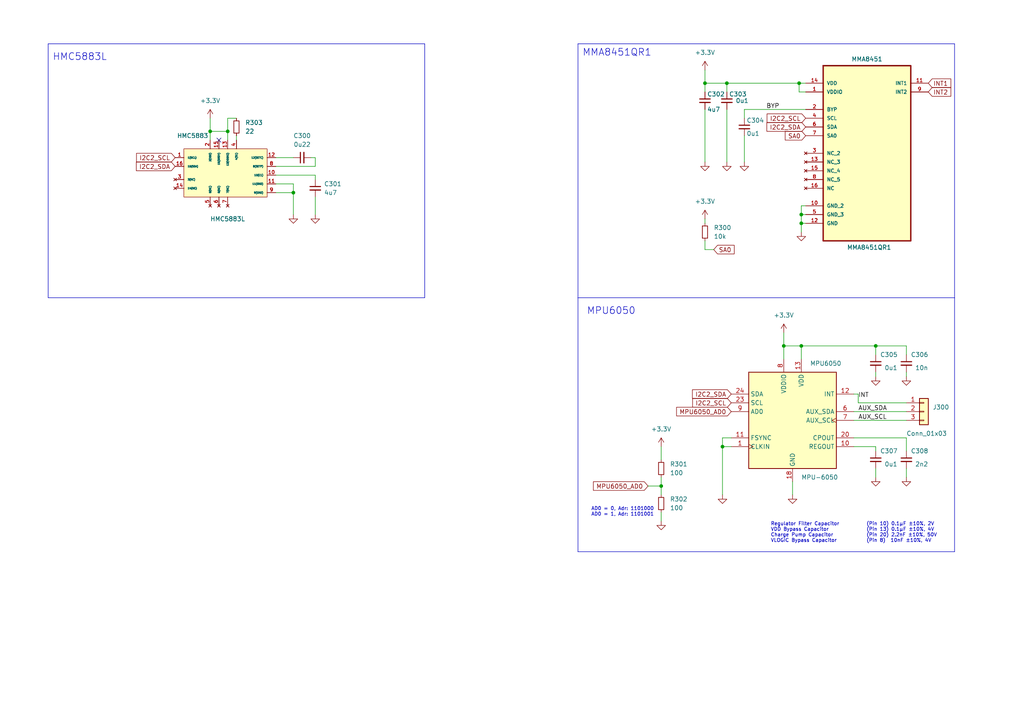
<source format=kicad_sch>
(kicad_sch (version 20230121) (generator eeschema)
  (paper "A4")
  (lib_symbols
    (symbol "Connector_Generic:Conn_01x03" (pin_names (offset 1.016) hide)
      (property "Reference" "J" (at 0 5.08 0))
      (property "Value" "Conn_01x03" (at 0 -5.08 0))
      (symbol "Conn_01x03_1_1"
        (rectangle (start -1.27 -2.413) (end 0 -2.667) (stroke (width 0.1524)))
        (rectangle (start -1.27 0.127) (end 0 -0.127) (stroke (width 0.1524)))
        (rectangle (start -1.27 2.667) (end 0 2.413) (stroke (width 0.1524)))
        (rectangle (start -1.27 3.81) (end 1.27 -3.81) (stroke (width 0.254)) (fill (type background)))
        (pin passive line (at -5.08 2.54 0) (length 3.81) (name "Pin_1") (number "1"))
        (pin passive line (at -5.08 0 0) (length 3.81) (name "Pin_2") (number "2"))
        (pin passive line (at -5.08 -2.54 0) (length 3.81) (name "Pin_3") (number "3"))
      )
    )
    (symbol "Device:C_Small" (pin_numbers hide) (pin_names (offset 0.254) hide)
      (property "Reference" "C" (at 0.254 1.778 0))
      (property "Value" "C_Small" (at 0.254 -2.032 0))
      (symbol "C_Small_0_1"
        (polyline (pts (xy -1.524 -0.508) (xy 1.524 -0.508)) (stroke (width 0.3302)))
        (polyline (pts (xy -1.524 0.508) (xy 1.524 0.508)) (stroke (width 0.3048)))
      )
      (symbol "C_Small_1_1"
        (pin passive line (at 0 2.54 270) (length 2.032) (name "~") (number "1"))
        (pin passive line (at 0 -2.54 90) (length 2.032) (name "~") (number "2"))
      )
    )
    (symbol "Device:R_Small" (pin_numbers hide) (pin_names (offset 0.254) hide)
      (property "Reference" "R" (at 0.762 0.508 0))
      (property "Value" "R_Small" (at 0.762 -1.016 0))
      (symbol "R_Small_0_1"
        (rectangle (start -0.762 1.778) (end 0.762 -1.778) (stroke (width 0.2032)))
      )
      (symbol "R_Small_1_1"
        (pin passive line (at 0 2.54 270) (length 0.762) (name "~") (number "1"))
        (pin passive line (at 0 -2.54 90) (length 0.762) (name "~") (number "2"))
      )
    )
    (symbol "MAGNETIC-HMC5883L_PLCC16_:MAGNETIC-HMC5883L(PLCC16)" (pin_names (offset 1.016))
      (property "Reference" "U" (at -1.27 20.32 0))
      (property "Value" "MAGNETIC-HMC5883L(PLCC16)" (at -5.08 2.54 0))
      (symbol "MAGNETIC-HMC5883L(PLCC16)_0_0"
        (polyline (pts (xy -20.32 7.62) (xy -19.05 7.62)) (stroke (width 0.1524)))
        (pin bidirectional line (at -21.59 16.51 0) (length 2.54) (name "1(SCL)") (number "1"))
        (pin bidirectional line (at 7.62 11.43 180) (length 2.54) (name "10(C1)") (number "10"))
        (pin power_in line (at 7.62 8.89 180) (length 2.54) (name "11(GND)") (number "11"))
        (pin bidirectional line (at 7.62 16.51 180) (length 2.54) (name "12(SETC)") (number "12"))
        (pin power_in line (at -6.35 21.59 270) (length 2.54) (name "13(VDDIO)") (number "13"))
        (pin no_connect line (at -21.59 7.62 0) (length 2.54) (name "14(NC)") (number "14"))
        (pin bidirectional line (at -8.89 21.59 270) (length 2.54) (name "15(DRDY)") (number "15"))
        (pin bidirectional line (at -21.59 13.97 0) (length 2.54) (name "16(SDA)") (number "16"))
        (pin power_in line (at -11.43 21.59 270) (length 2.54) (name "2(VDD)") (number "2"))
        (pin no_connect line (at -21.59 10.16 0) (length 2.54) (name "3(NC)") (number "3"))
        (pin bidirectional line (at -3.81 21.59 270) (length 2.54) (name "4(S1)") (number "4"))
        (pin no_connect line (at -11.43 2.54 90) (length 2.54) (name "5(NC)") (number "5"))
        (pin no_connect line (at -8.89 2.54 90) (length 2.54) (name "6(NC)") (number "6"))
        (pin no_connect line (at -6.35 2.54 90) (length 2.54) (name "7(NC)") (number "7"))
        (pin bidirectional line (at 7.62 13.97 180) (length 2.54) (name "8(SETP)") (number "8"))
        (pin power_in line (at 7.62 6.35 180) (length 2.54) (name "9(GND)") (number "9"))
      )
      (symbol "MAGNETIC-HMC5883L(PLCC16)_0_1"
        (rectangle (start -19.05 19.05) (end 5.08 5.08) (fill (type background)))
      )
    )
    (symbol "MMA8451QR1:MMA8451QR1" (pin_names (offset 1.016))
      (property "Reference" "U" (at -5.2368 25.4469 0))
      (property "Value" "MMA8451QR1" (at -4.3489 -32.4263 0))
      (symbol "MMA8451QR1_0_0"
        (rectangle (start -12.7 -27.94) (end 12.7 22.86) (stroke (width 0.4064)) (fill (type background)))
        (pin power_in line (at -17.78 15.24 0) (length 5.08) (name "VDDIO") (number "1"))
        (pin passive line (at -17.78 -17.78 0) (length 5.08) (name "GND_2") (number "10"))
        (pin output line (at 17.78 17.78 180) (length 5.08) (name "INT1") (number "11"))
        (pin passive line (at -17.78 -22.86 0) (length 5.08) (name "GND") (number "12"))
        (pin no_connect line (at -17.78 -5.08 0) (length 5.08) (name "NC_3") (number "13"))
        (pin power_in line (at -17.78 17.78 0) (length 5.08) (name "VDD") (number "14"))
        (pin no_connect line (at -17.78 -7.62 0) (length 5.08) (name "NC_4") (number "15"))
        (pin no_connect line (at -17.78 -12.7 0) (length 5.08) (name "NC") (number "16"))
        (pin input line (at -17.78 10.16 0) (length 5.08) (name "BYP") (number "2"))
        (pin no_connect line (at -17.78 -2.54 0) (length 5.08) (name "NC_2") (number "3"))
        (pin input line (at -17.78 7.62 0) (length 5.08) (name "SCL") (number "4"))
        (pin passive line (at -17.78 -20.32 0) (length 5.08) (name "GND_3") (number "5"))
        (pin input line (at -17.78 5.08 0) (length 5.08) (name "SDA") (number "6"))
        (pin input line (at -17.78 2.54 0) (length 5.08) (name "SA0") (number "7"))
        (pin no_connect line (at -17.78 -10.16 0) (length 5.08) (name "NC_5") (number "8"))
        (pin output line (at 17.78 15.24 180) (length 5.08) (name "INT2") (number "9"))
      )
    )
    (symbol "Sensor_Motion:MPU-6050"
      (property "Reference" "U" (at -11.43 13.97 0))
      (property "Value" "MPU-6050" (at 7.62 -15.24 0))
      (symbol "MPU-6050_0_0"
        (text "" (at 12.7 -2.54 0) (effects (font (size 1.27 1.27))))
      )
      (symbol "MPU-6050_0_1"
        (rectangle (start -12.7 13.97) (end 12.7 -13.97) (stroke (width 0.254)) (fill (type background)))
      )
      (symbol "MPU-6050_1_1"
        (pin input clock (at -17.78 -7.62 0) (length 5.08) (name "CLKIN") (number "1"))
        (pin passive line (at 17.78 -7.62 180) (length 5.08) (name "REGOUT") (number "10"))
        (pin input line (at -17.78 -5.08 0) (length 5.08) (name "FSYNC") (number "11"))
        (pin output line (at 17.78 7.62 180) (length 5.08) (name "INT") (number "12"))
        (pin power_in line (at 2.54 17.78 270) (length 3.81) (name "VDD") (number "13"))
        (pin no_connect line (at -12.7 -10.16 0) (length 2.54) hide (name "NC") (number "14"))
        (pin no_connect line (at 12.7 12.7 180) (length 2.54) hide (name "NC") (number "15"))
        (pin no_connect line (at 12.7 10.16 180) (length 2.54) hide (name "NC") (number "16"))
        (pin no_connect line (at 12.7 5.08 180) (length 2.54) hide (name "NC") (number "17"))
        (pin power_in line (at 0 -17.78 90) (length 3.81) (name "GND") (number "18"))
        (pin no_connect line (at 12.7 -10.16 180) (length 2.54) hide (name "NC") (number "19"))
        (pin no_connect line (at -12.7 12.7 0) (length 2.54) hide (name "NC") (number "2"))
        (pin passive line (at 17.78 -5.08 180) (length 5.08) (name "CPOUT") (number "20"))
        (pin no_connect line (at 12.7 -2.54 180) (length 2.54) hide (name "NC") (number "21"))
        (pin no_connect line (at 12.7 -12.7 180) (length 2.54) hide (name "NC") (number "22"))
        (pin input line (at -17.78 5.08 0) (length 5.08) (name "SCL") (number "23"))
        (pin bidirectional line (at -17.78 7.62 0) (length 5.08) (name "SDA") (number "24"))
        (pin no_connect line (at -12.7 10.16 0) (length 2.54) hide (name "NC") (number "3"))
        (pin no_connect line (at -12.7 0 0) (length 2.54) hide (name "NC") (number "4"))
        (pin no_connect line (at -12.7 -2.54 0) (length 2.54) hide (name "NC") (number "5"))
        (pin bidirectional line (at 17.78 2.54 180) (length 5.08) (name "AUX_SDA") (number "6"))
        (pin output clock (at 17.78 0 180) (length 5.08) (name "AUX_SCL") (number "7"))
        (pin power_in line (at -2.54 17.78 270) (length 3.81) (name "VDDIO") (number "8"))
        (pin input line (at -17.78 2.54 0) (length 5.08) (name "AD0") (number "9"))
      )
    )
    (symbol "power:+3.3V" (power) (pin_names (offset 0))
      (property "Value" "+3.3V" (at 0 3.556 0))
      (symbol "+3.3V_0_1"
        (polyline (pts (xy -0.762 1.27) (xy 0 2.54)))
        (polyline (pts (xy 0 0) (xy 0 2.54)))
        (polyline (pts (xy 0 2.54) (xy 0.762 1.27)))
      )
      (symbol "+3.3V_1_1"
        (pin power_in line (at 0 0 90) (length 0) hide (name "+3.3V") (number "1"))
      )
    )
    (symbol "power:GND" (power) (pin_names (offset 0))
      (property "Value" "GND" (at 0 -3.81 0))
      (symbol "GND_0_1"
        (polyline (pts (xy 0 0) (xy 0 -1.27) (xy 1.27 -1.27) (xy 0 -2.54) (xy -1.27 -1.27) (xy 0 -1.27)))
      )
      (symbol "GND_1_1"
        (pin power_in line (at 0 0 270) (length 0) hide (name "GND") (number "1"))
      )
    )
  )
  (junction (at 232.41 64.77))
  (junction (at 85.09 55.88))
  (junction (at 204.47 24.13))
  (junction (at 60.96 38.1))
  (junction (at 254 100.33))
  (junction (at 231.775 24.13))
  (junction (at 209.55 129.54))
  (junction (at 210.82 24.13))
  (junction (at 227.33 100.33))
  (junction (at 191.77 140.97))
  (junction (at 66.04 38.1))
  (junction (at 232.41 100.33))
  (junction (at 232.41 62.23))
  (no_connect (at 63.5 40.64))
  (wire (pts (xy 191.77 148.59) (xy 191.77 151.13)))
  (polyline (pts (xy 167.64 86.36) (xy 167.64 160.02)))
  (wire (pts (xy 204.47 31.75) (xy 204.47 46.99)))
  (wire (pts (xy 91.44 45.72) (xy 91.44 48.26)))
  (wire (pts (xy 254 130.81) (xy 254 129.54)))
  (polyline (pts (xy 167.64 12.7) (xy 167.64 86.36)))
  (polyline (pts (xy 276.86 12.7) (xy 276.86 86.36)))
  (wire (pts (xy 209.55 143.51) (xy 209.55 129.54)))
  (wire (pts (xy 254 135.89) (xy 254 138.43)))
  (wire (pts (xy 66.04 34.29) (xy 66.04 38.1)))
  (wire (pts (xy 254 129.54) (xy 247.65 129.54)))
  (wire (pts (xy 85.09 53.34) (xy 85.09 55.88)))
  (wire (pts (xy 247.65 119.38) (xy 262.89 119.38)))
  (wire (pts (xy 91.44 52.07) (xy 91.44 50.8)))
  (wire (pts (xy 232.41 64.77) (xy 233.68 64.77)))
  (wire (pts (xy 204.47 72.39) (xy 204.47 69.85)))
  (wire (pts (xy 68.58 39.37) (xy 68.58 40.64)))
  (wire (pts (xy 262.89 100.33) (xy 254 100.33)))
  (wire (pts (xy 210.82 24.13) (xy 231.775 24.13)))
  (wire (pts (xy 204.47 63.5) (xy 204.47 64.77)))
  (wire (pts (xy 209.55 129.54) (xy 209.55 127)))
  (wire (pts (xy 207.01 72.39) (xy 204.47 72.39)))
  (wire (pts (xy 262.89 102.87) (xy 262.89 100.33)))
  (wire (pts (xy 91.44 57.15) (xy 91.44 62.23)))
  (wire (pts (xy 215.9 31.75) (xy 233.68 31.75)))
  (polyline (pts (xy 123.19 12.7) (xy 123.19 86.36)))
  (wire (pts (xy 210.82 24.13) (xy 210.82 26.67)))
  (wire (pts (xy 204.47 24.13) (xy 210.82 24.13)))
  (wire (pts (xy 254 107.95) (xy 254 109.22)))
  (wire (pts (xy 247.65 114.3) (xy 248.92 114.3)))
  (wire (pts (xy 204.47 26.67) (xy 204.47 24.13)))
  (wire (pts (xy 191.77 140.97) (xy 191.77 143.51)))
  (wire (pts (xy 210.82 31.75) (xy 210.82 46.99)))
  (wire (pts (xy 231.775 26.67) (xy 231.775 24.13)))
  (wire (pts (xy 80.01 45.72) (xy 85.09 45.72)))
  (polyline (pts (xy 167.64 86.36) (xy 276.86 86.36)))
  (wire (pts (xy 232.41 62.23) (xy 233.68 62.23)))
  (wire (pts (xy 262.89 107.95) (xy 262.89 109.22)))
  (wire (pts (xy 262.89 135.89) (xy 262.89 138.43)))
  (wire (pts (xy 248.92 116.84) (xy 248.92 114.3)))
  (wire (pts (xy 191.77 138.43) (xy 191.77 140.97)))
  (wire (pts (xy 227.33 96.52) (xy 227.33 100.33)))
  (wire (pts (xy 80.01 55.88) (xy 85.09 55.88)))
  (wire (pts (xy 80.01 53.34) (xy 85.09 53.34)))
  (wire (pts (xy 247.65 127) (xy 262.89 127)))
  (wire (pts (xy 232.41 62.23) (xy 232.41 59.69)))
  (wire (pts (xy 80.01 48.26) (xy 91.44 48.26)))
  (wire (pts (xy 66.04 38.1) (xy 66.04 40.64)))
  (wire (pts (xy 232.41 64.77) (xy 232.41 62.23)))
  (polyline (pts (xy 276.86 12.7) (xy 167.64 12.7)))
  (wire (pts (xy 232.41 100.33) (xy 232.41 104.14)))
  (wire (pts (xy 90.17 45.72) (xy 91.44 45.72)))
  (wire (pts (xy 233.68 26.67) (xy 231.775 26.67)))
  (wire (pts (xy 254 100.33) (xy 232.41 100.33)))
  (wire (pts (xy 60.96 38.1) (xy 60.96 34.29)))
  (wire (pts (xy 85.09 55.88) (xy 85.09 62.23)))
  (wire (pts (xy 66.04 38.1) (xy 60.96 38.1)))
  (wire (pts (xy 91.44 50.8) (xy 80.01 50.8)))
  (wire (pts (xy 247.65 121.92) (xy 262.89 121.92)))
  (wire (pts (xy 60.96 38.1) (xy 60.96 40.64)))
  (polyline (pts (xy 276.86 86.36) (xy 276.86 160.02)))
  (wire (pts (xy 254 100.33) (xy 254 102.87)))
  (polyline (pts (xy 167.64 160.02) (xy 276.86 160.02)))
  (wire (pts (xy 209.55 127) (xy 212.09 127)))
  (wire (pts (xy 209.55 129.54) (xy 212.09 129.54)))
  (wire (pts (xy 262.89 130.81) (xy 262.89 127)))
  (polyline (pts (xy 123.19 12.7) (xy 13.97 12.7)))
  (wire (pts (xy 232.41 67.31) (xy 232.41 64.77)))
  (wire (pts (xy 231.775 24.13) (xy 233.68 24.13)))
  (wire (pts (xy 248.92 116.84) (xy 262.89 116.84)))
  (wire (pts (xy 191.77 129.54) (xy 191.77 133.35)))
  (wire (pts (xy 204.47 20.32) (xy 204.47 24.13)))
  (wire (pts (xy 232.41 59.69) (xy 233.68 59.69)))
  (wire (pts (xy 215.9 39.37) (xy 215.9 46.99)))
  (wire (pts (xy 215.9 34.29) (xy 215.9 31.75)))
  (wire (pts (xy 227.33 100.33) (xy 227.33 104.14)))
  (polyline (pts (xy 276.86 86.36) (xy 167.64 86.36)))
  (polyline (pts (xy 123.19 86.36) (xy 13.97 86.36)))
  (wire (pts (xy 191.77 140.97) (xy 187.96 140.97)))
  (wire (pts (xy 232.41 100.33) (xy 227.33 100.33)))
  (wire (pts (xy 68.58 34.29) (xy 66.04 34.29)))
  (polyline (pts (xy 13.97 12.7) (xy 13.97 86.36)))
  (wire (pts (xy 229.87 139.7) (xy 229.87 143.51)))
  (text "AD0 = 0, Adr: 1101000\nAD0 = 1, Adr: 1101001" (at 171.45 149.86 0) (effects (font (size 1 1)) (justify left bottom)))
  (text "MPU6050\n" (at 170.18 91.44 0) (effects (font (size 2 2)) (justify left bottom)))
  (text "MMA8451QR1" (at 168.91 16.51 0) (effects (font (size 2 2)) (justify left bottom)))
  (text "HMC5883L" (at 15.24 17.78 0) (effects (font (size 2 2)) (justify left bottom)))
  (text "Regulator Filter Capacitor 	(Pin 10) 0.1µF ±10%, 2V \nVDD Bypass Capacitor       	(Pin 13) 0.1µF ±10%, 4V \nCharge Pump Capacitor      	(Pin 20) 2.2nF ±10%, 50V \nVLOGIC Bypass Capacitor    	(Pin 8)  10nF ±10%, 4V " (at 223.52 157.48 0) (effects (font (size 1 1)) (justify left bottom)))
  (label "INT" (at 248.92 115.57 0))
  (label "BYP" (at 222.25 31.75 0))
  (label "AUX_SDA" (at 248.92 119.38 0))
  (label "AUX_SCL" (at 248.92 121.92 0))
  (global_label "I2C2_SDA" (shape input) (at 212.09 114.3 180) (property "Intersheetrefs" "${INTERSHEET_REFS}" (effects hide)))
  (global_label "MPU6050_AD0" (shape input) (at 212.09 119.38 180) (property "Intersheetrefs" "${INTERSHEET_REFS}" (effects hide)))
  (global_label "I2C2_SDA" (shape input) (at 50.8 48.26 180) (property "Intersheetrefs" "${INTERSHEET_REFS}" (effects hide)))
  (global_label "I2C2_SCL" (shape input) (at 212.09 116.84 180) (property "Intersheetrefs" "${INTERSHEET_REFS}" (effects hide)))
  (global_label "INT2" (shape input) (at 269.24 26.67 0) (property "Intersheetrefs" "${INTERSHEET_REFS}" (effects hide)))
  (global_label "I2C2_SCL" (shape input) (at 50.8 45.72 180) (property "Intersheetrefs" "${INTERSHEET_REFS}" (effects hide)))
  (global_label "I2C2_SDA" (shape input) (at 233.68 36.83 180) (property "Intersheetrefs" "${INTERSHEET_REFS}" (effects hide)))
  (global_label "INT1" (shape input) (at 269.24 24.13 0) (property "Intersheetrefs" "${INTERSHEET_REFS}" (effects hide)))
  (global_label "SA0" (shape input) (at 233.68 39.37 180) (property "Intersheetrefs" "${INTERSHEET_REFS}" (effects hide)))
  (global_label "I2C2_SCL" (shape input) (at 233.68 34.29 180) (property "Intersheetrefs" "${INTERSHEET_REFS}" (effects hide)))
  (global_label "SA0" (shape input) (at 207.01 72.39 0) (property "Intersheetrefs" "${INTERSHEET_REFS}" (effects hide)))
  (global_label "MPU6050_AD0" (shape input) (at 187.96 140.97 180) (property "Intersheetrefs" "${INTERSHEET_REFS}" (effects hide)))
  (symbol (lib_id "power:GND") (at 191.77 151.13 0) (unit 1)
    (property "Reference" "#PWR0164" (effects hide))
    (property "Value" "GND" (effects hide))
  )
  (symbol (lib_id "Device:C_Small") (at 254 133.35 0) (unit 1)
    (property "Reference" "C307" (at 255.27 130.81 0) (effects (justify left)))
    (property "Value" "0u1" (at 256.54 134.6262 0) (effects (justify left)))
    (property "Footprint" "Capacitor_SMD:C_1206_3216Metric" (effects hide))
    (property "PARTREV" "C14663" (effects hide))
  )
  (symbol (lib_id "power:GND") (at 229.87 143.51 0) (unit 1)
    (property "Reference" "#PWR0174" (effects hide))
    (property "Value" "GND" (effects hide))
  )
  (symbol (lib_id "power:+3.3V") (at 60.96 34.29 0) (unit 1)
    (property "Reference" "#PWR0181" (effects hide))
    (property "Value" "+3.3V" (at 60.96 29.21 0))
  )
  (symbol (lib_id "Device:R_Small") (at 191.77 135.89 0) (unit 1)
    (property "Reference" "R301" (at 194.31 134.6199 0) (effects (justify left)))
    (property "Value" "100" (at 194.31 137.1599 0) (effects (justify left)))
    (property "Footprint" "Resistor_SMD:R_0603_1608Metric" (effects hide))
    (property "PARTREV" "C22775" (effects hide))
  )
  (symbol (lib_id "power:+3.3V") (at 204.47 63.5 0) (unit 1)
    (property "Reference" "#PWR0169" (effects hide))
    (property "Value" "+3.3V" (at 204.47 58.42 0))
  )
  (symbol (lib_id "Device:R_Small") (at 68.58 36.83 0) (unit 1)
    (property "Reference" "R303" (at 71.12 35.5599 0) (effects (justify left)))
    (property "Value" "22" (at 71.12 38.0999 0) (effects (justify left)))
    (property "Footprint" "Resistor_SMD:R_0603_1608Metric" (effects hide))
    (property "PARTREV" "C25804" (effects hide))
  )
  (symbol (lib_id "power:GND") (at 254 109.22 0) (unit 1)
    (property "Reference" "#PWR0177" (effects hide))
    (property "Value" "GND" (effects hide))
  )
  (symbol (lib_id "MAGNETIC-HMC5883L_PLCC16_:MAGNETIC-HMC5883L(PLCC16)") (at 72.39 62.23 0) (unit 1)
    (property "Reference" "HMC5883" (at 55.88 39.37 0))
    (property "Value" "HMC5883L" (at 66.04 63.5 0))
    (property "Footprint" "Added footprints:PLCC16-0.5-3X3MM" (effects hide))
    (property "MPN" "HMC5883L" (effects hide))
    (property "VALUE" "HMC5883L" (effects hide))
    (property "PARTREV" "C15640" (effects hide))
  )
  (symbol (lib_id "power:GND") (at 254 138.43 0) (unit 1)
    (property "Reference" "#PWR0178" (effects hide))
    (property "Value" "GND" (effects hide))
  )
  (symbol (lib_id "power:GND") (at 209.55 143.51 0) (unit 1)
    (property "Reference" "#PWR0166" (effects hide))
    (property "Value" "GND" (effects hide))
  )
  (symbol (lib_id "Device:C_Small") (at 91.44 54.61 0) (unit 1)
    (property "Reference" "C301" (at 93.98 53.3462 0) (effects (justify left)))
    (property "Value" "4u7" (at 93.98 55.8862 0) (effects (justify left)))
    (property "Footprint" "Capacitor_SMD:C_0805_2012Metric" (effects hide))
    (property "PARTREV" "C29823" (effects hide))
  )
  (symbol (lib_id "power:GND") (at 85.09 62.23 0) (unit 1)
    (property "Reference" "#PWR0180" (effects hide))
    (property "Value" "GND" (effects hide))
  )
  (symbol (lib_id "Sensor_Motion:MPU-6050") (at 229.87 121.92 0) (unit 1)
    (property "Reference" "MPU6050" (at 234.95 105.41 0) (effects (justify left)))
    (property "Value" "MPU-6050" (at 232.41 138.43 0) (effects (justify left)))
    (property "Footprint" "Sensor_Motion:InvenSense_QFN-24_4x4mm_P0.5mm" (effects hide))
    (property "Datasheet" "https://store.invensense.com/datasheets/invensense/MPU-6050_DataSheet_V3%204.pdf" (effects hide))
    (property "PARTREV" "C24112" (effects hide))
    (property "Mouser" "410-MPU-6050" (effects hide))
  )
  (symbol (lib_id "Connector_Generic:Conn_01x03") (at 267.97 119.38 0) (unit 1)
    (property "Reference" "J300" (at 270.51 118.1099 0) (effects (justify left)))
    (property "Value" "Conn_01x03" (at 262.89 125.73 0) (effects (justify left)))
    (property "Footprint" "Connector_PinHeader_2.54mm:PinHeader_1x03_P2.54mm_Vertical" (effects hide))
  )
  (symbol (lib_id "Device:C_Small") (at 204.47 29.21 0) (unit 1)
    (property "Reference" "C302" (at 205.105 27.305 0) (effects (justify left)))
    (property "Value" "4u7" (at 205.105 31.75 0) (effects (justify left)))
    (property "Footprint" "Capacitor_SMD:C_1206_3216Metric_Pad1.33x1.80mm_HandSolder" (effects hide))
    (property "JLC" "C29823" (effects hide))
    (property "PARTREV" "C29823" (effects hide))
  )
  (symbol (lib_id "power:GND") (at 232.41 67.31 0) (unit 1)
    (property "Reference" "#PWR0167" (effects hide))
    (property "Value" "GND" (effects hide))
  )
  (symbol (lib_id "power:GND") (at 91.44 62.23 0) (unit 1)
    (property "Reference" "#PWR0179" (effects hide))
    (property "Value" "GND" (effects hide))
  )
  (symbol (lib_id "Device:C_Small") (at 262.89 105.41 0) (unit 1)
    (property "Reference" "C306" (at 264.16 102.87 0) (effects (justify left)))
    (property "Value" "10n" (at 265.43 106.6862 0) (effects (justify left)))
    (property "Footprint" "Capacitor_SMD:C_0603_1608Metric" (effects hide))
    (property "PARTREV" "C57112" (effects hide))
  )
  (symbol (lib_id "power:GND") (at 210.82 46.99 0) (unit 1)
    (property "Reference" "#PWR0170" (effects hide))
    (property "Value" "GND" (effects hide))
  )
  (symbol (lib_id "Device:C_Small") (at 262.89 133.35 0) (unit 1)
    (property "Reference" "C308" (at 264.16 130.81 0) (effects (justify left)))
    (property "Value" "2n2" (at 265.43 134.6262 0) (effects (justify left)))
    (property "Footprint" "Capacitor_SMD:C_0603_1608Metric" (effects hide))
    (property "PARTREV" "C1604" (effects hide))
  )
  (symbol (lib_id "power:+3.3V") (at 191.77 129.54 0) (unit 1)
    (property "Reference" "#PWR0165" (effects hide))
    (property "Value" "+3.3V" (at 191.77 124.46 0))
  )
  (symbol (lib_id "Device:R_Small") (at 191.77 146.05 180) (unit 1)
    (property "Reference" "R302" (at 194.31 144.7799 0) (effects (justify right)))
    (property "Value" "100" (at 194.31 147.3199 0) (effects (justify right)))
    (property "Footprint" "Resistor_SMD:R_0603_1608Metric" (effects hide))
    (property "PARTREV" "C22775" (effects hide))
  )
  (symbol (lib_id "power:GND") (at 215.9 46.99 0) (unit 1)
    (property "Reference" "#PWR0168" (effects hide))
    (property "Value" "GND" (effects hide))
  )
  (symbol (lib_id "power:GND") (at 262.89 138.43 0) (unit 1)
    (property "Reference" "#PWR0175" (effects hide))
    (property "Value" "GND" (effects hide))
  )
  (symbol (lib_id "power:GND") (at 204.47 46.99 0) (unit 1)
    (property "Reference" "#PWR0171" (effects hide))
    (property "Value" "GND" (effects hide))
  )
  (symbol (lib_id "MMA8451QR1:MMA8451QR1") (at 251.46 41.91 0) (unit 1)
    (property "Reference" "MMA8451" (at 251.46 17.145 0))
    (property "Value" "MMA8451QR1" (at 252.095 71.755 0))
    (property "Footprint" "MMA8451QR1_3axis_acce:QFN50P300X300X100-16N" (effects hide))
    (property "SUPPLIER" "Freescale" (effects hide))
    (property "OC_FARNELL" "1908021" (effects hide))
    (property "OC_NEWARK" "84R7350" (effects hide))
    (property "PACKAGE" "QFN-16" (effects hide))
    (property "MPN" "MMA8451QR1" (effects hide))
    (property "PARTREV" "C118083" (effects hide))
  )
  (symbol (lib_id "power:+3.3V") (at 204.47 20.32 0) (unit 1)
    (property "Reference" "#PWR0172" (effects hide))
    (property "Value" "+3.3V" (at 204.47 15.24 0))
  )
  (symbol (lib_id "Device:R_Small") (at 204.47 67.31 0) (unit 1)
    (property "Reference" "R300" (at 207.01 66.0399 0) (effects (justify left)))
    (property "Value" "10k" (at 207.01 68.5799 0) (effects (justify left)))
    (property "Footprint" "Resistor_SMD:R_0603_1608Metric" (effects hide))
    (property "PARTREV" "C25804" (effects hide))
  )
  (symbol (lib_id "Device:C_Small") (at 87.63 45.72 90) (unit 1)
    (property "Reference" "C300" (at 87.6363 39.37 90))
    (property "Value" "0u22" (at 87.6363 41.91 90))
    (property "Footprint" "Capacitor_SMD:C_0603_1608Metric" (effects hide))
    (property "PARTREV" "C21122" (effects hide))
  )
  (symbol (lib_id "power:GND") (at 262.89 109.22 0) (unit 1)
    (property "Reference" "#PWR0176" (effects hide))
    (property "Value" "GND" (effects hide))
  )
  (symbol (lib_id "Device:C_Small") (at 210.82 29.21 0) (unit 1)
    (property "Reference" "C303" (at 211.455 27.305 0) (effects (justify left)))
    (property "Value" "0u1" (at 213.36 29.21 0) (effects (justify left)))
    (property "Footprint" "Capacitor_SMD:C_1206_3216Metric" (effects hide))
    (property "PARTREV" "C14663" (effects hide))
  )
  (symbol (lib_id "Device:C_Small") (at 215.9 36.83 0) (unit 1)
    (property "Reference" "C304" (at 216.535 34.925 0) (effects (justify left)))
    (property "Value" "0u1" (at 216.535 38.735 0) (effects (justify left)))
    (property "Footprint" "Capacitor_SMD:C_1206_3216Metric" (effects hide))
    (property "PARTREV" "C14663" (effects hide))
  )
  (symbol (lib_id "power:+3.3V") (at 227.33 96.52 0) (unit 1)
    (property "Reference" "#PWR0173" (effects hide))
    (property "Value" "+3.3V" (at 227.33 91.44 0))
  )
  (symbol (lib_id "Device:C_Small") (at 254 105.41 0) (unit 1)
    (property "Reference" "C305" (at 255.27 102.87 0) (effects (justify left)))
    (property "Value" "0u1" (at 256.54 106.6862 0) (effects (justify left)))
    (property "Footprint" "Capacitor_SMD:C_0805_2012Metric" (effects hide))
    (property "PARTREV" "C14663" (effects hide))
  )
)
</source>
